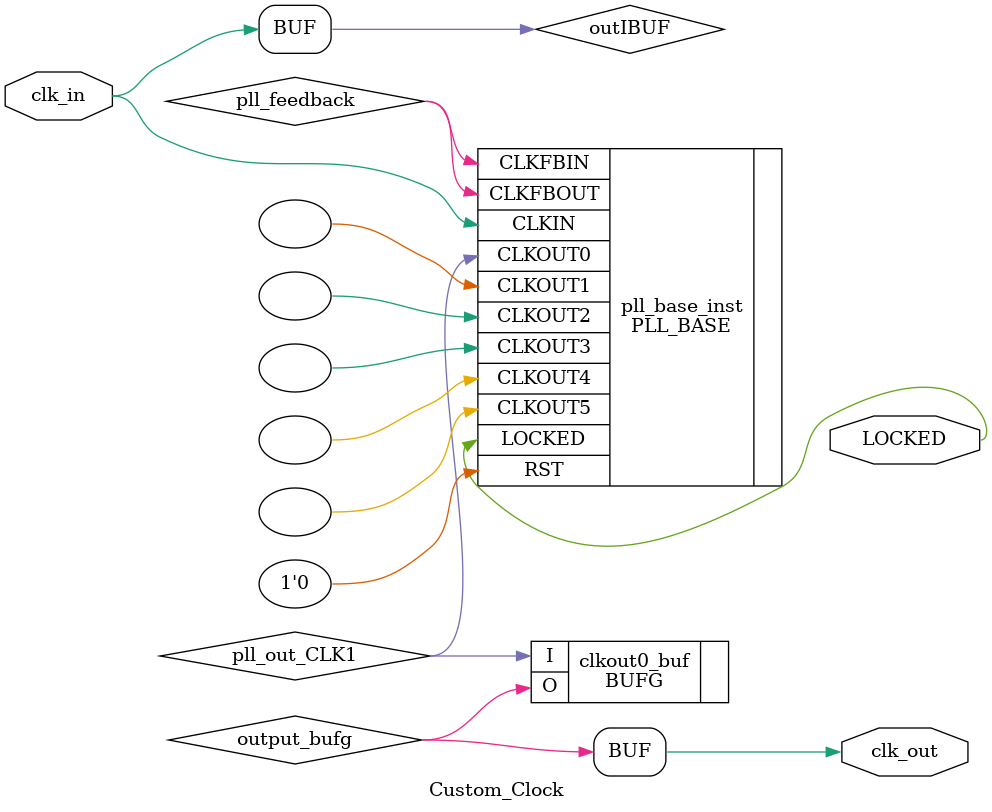
<source format=v>
module Custom_Clock  #(parameter BASE_FREQUENCY=500, parameter PHASE_SHIFT=0) (input clk_in ,output clk_out, output wire LOCKED);

wire input_ibufg;
wire pll_feedback;
wire pll_out_CLK1;
wire output_bufg;

// Input buffering
assign outIBUF = clk_in;

//wire outIBUF;


// Use input buffer to increase the amplitude
/*IBUF ibufg (
	.I(input_ibufg),
	.O(outIBUF)
);*/

BUFG bufg (
	.I(fb_in),
	.O(fb_out)
	);

// Use PLL to generate a 1 GHz clock
PLL_BASE
#(
    .BANDWIDTH          ("HIGH"),
    .CLK_FEEDBACK       ("CLKFBOUT"),
    .COMPENSATION       ("INTERNAL"),
    .DIVCLK_DIVIDE      (1),
    .CLKFBOUT_MULT      (BASE_FREQUENCY/100), // VCO=1 GHz
    .CLKFBOUT_PHASE     (0.000),
    .CLKOUT0_DIVIDE     (1),
    .CLKOUT0_PHASE      (PHASE_SHIFT),
    .CLKOUT0_DUTY_CYCLE (0.500),
    .CLKIN_PERIOD       (10),
    .REF_JITTER         (0.000)
)
pll_base_inst
(
    .CLKFBOUT(pll_feedback),
    .CLKOUT0(pll_out_CLK1),
    .CLKOUT1(),
    .CLKOUT2(),
    .CLKOUT3(),
    .CLKOUT4(),
    .CLKOUT5(),
    .RST(1'b0),
    .CLKFBIN(pll_feedback),
    .CLKIN(outIBUF),
	 .LOCKED(LOCKED)
);

// Route the clock to the horizontal GCLK lines
BUFG clkout0_buf
(
    .I(pll_out_CLK1),
    .O(output_bufg)
);

assign clk_out = output_bufg;

endmodule

</source>
